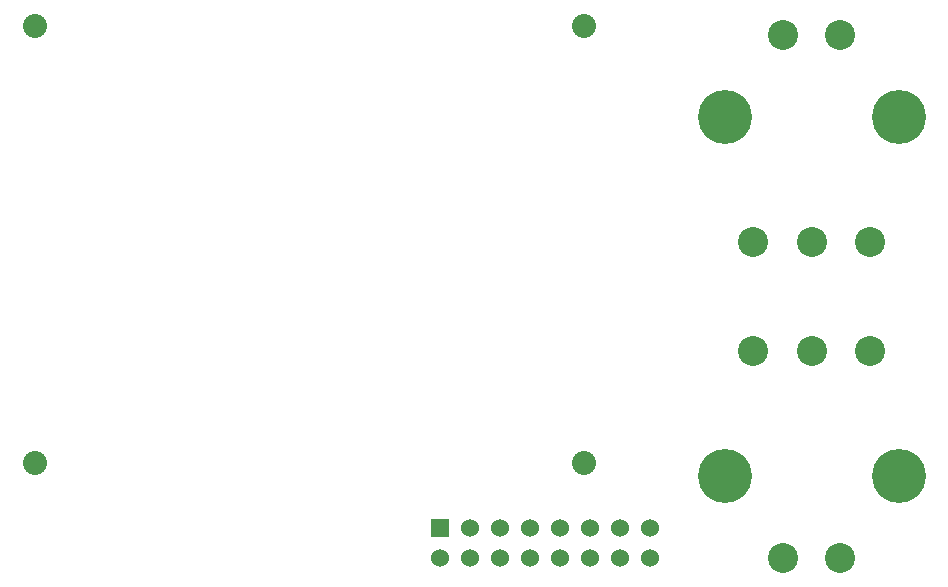
<source format=gbs>
G04 (created by PCBNEW (2013-03-19 BZR 4004)-stable) date 7/29/2015 1:15:23 PM*
%MOIN*%
G04 Gerber Fmt 3.4, Leading zero omitted, Abs format*
%FSLAX34Y34*%
G01*
G70*
G90*
G04 APERTURE LIST*
%ADD10C,0.007*%
%ADD11C,0.1*%
%ADD12C,0.18*%
%ADD13C,0.08*%
%ADD14R,0.06X0.06*%
%ADD15C,0.06*%
G04 APERTURE END LIST*
G54D10*
G54D11*
X31300Y-900D03*
X29400Y-900D03*
X32300Y-7800D03*
X30350Y-7800D03*
G54D12*
X33250Y-3650D03*
X27450Y-3650D03*
G54D11*
X28400Y-7800D03*
X29400Y-18350D03*
X31300Y-18350D03*
X28400Y-11450D03*
X30350Y-11450D03*
G54D12*
X27450Y-15600D03*
X33250Y-15600D03*
G54D11*
X32300Y-11450D03*
G54D13*
X22750Y-15185D03*
X22750Y-615D03*
X4440Y-615D03*
X4440Y-15185D03*
G54D14*
X17950Y-17350D03*
G54D15*
X17950Y-18350D03*
X18950Y-17350D03*
X18950Y-18350D03*
X19950Y-17350D03*
X19950Y-18350D03*
X20950Y-17350D03*
X20950Y-18350D03*
X21950Y-17350D03*
X21950Y-18350D03*
X22950Y-17350D03*
X22950Y-18350D03*
X23950Y-17350D03*
X23950Y-18350D03*
X24950Y-17350D03*
X24950Y-18350D03*
M02*

</source>
